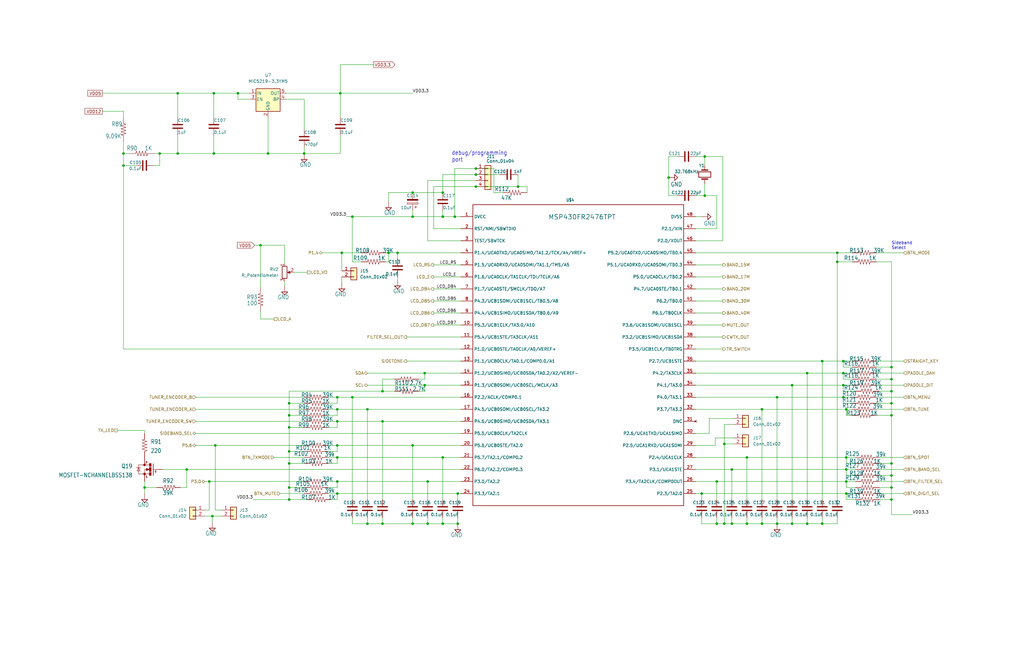
<source format=kicad_sch>
(kicad_sch (version 20230121) (generator eeschema)
  (paper "B")
  (junction (at 161.29 177.8))
  (junction (at 89.535 217.805))
  (junction (at 297.18 82.55))
  (junction (at 193.04 220.98))
  (junction (at 173.99 187.96))
  (junction (at 356.87 203.2))
  (junction (at 74.93 64.77))
  (junction (at 356.87 172.72))
  (junction (at 340.36 220.98))
  (junction (at 173.99 91.44))
  (junction (at 302.26 220.98))
  (junction (at 314.96 220.98))
  (junction (at 121.92 210.82))
  (junction (at 375.92 154.94))
  (junction (at 200.66 73.66))
  (junction (at 375.92 160.02))
  (junction (at 308.61 220.98))
  (junction (at 142.24 208.28))
  (junction (at 52.07 69.85))
  (junction (at 180.34 220.98))
  (junction (at 346.71 152.4))
  (junction (at 142.24 203.2))
  (junction (at 74.93 39.37))
  (junction (at 375.92 170.18))
  (junction (at 186.69 81.28))
  (junction (at 305.435 187.325))
  (junction (at 161.29 220.98))
  (junction (at 334.01 162.56))
  (junction (at 295.91 208.28))
  (junction (at 163.83 106.68))
  (junction (at 173.99 81.28))
  (junction (at 121.92 190.5))
  (junction (at 356.87 208.28))
  (junction (at 186.69 193.04))
  (junction (at 375.92 175.26))
  (junction (at 179.07 162.56))
  (junction (at 314.96 193.04))
  (junction (at 142.24 187.96))
  (junction (at 281.94 74.93))
  (junction (at 186.69 91.44))
  (junction (at 375.92 200.66))
  (junction (at 353.06 106.68))
  (junction (at 173.99 220.98))
  (junction (at 308.61 198.12))
  (junction (at 142.24 193.04))
  (junction (at 297.18 66.04))
  (junction (at 218.44 78.74))
  (junction (at 78.74 198.12))
  (junction (at 67.31 64.77))
  (junction (at 302.26 203.2))
  (junction (at 142.24 172.72))
  (junction (at 161.29 165.1))
  (junction (at 355.6 167.64))
  (junction (at 52.07 64.77))
  (junction (at 128.27 64.77))
  (junction (at 90.17 39.37))
  (junction (at 327.66 167.64))
  (junction (at 186.69 220.98))
  (junction (at 60.96 205.74))
  (junction (at 355.6 162.56))
  (junction (at 180.34 203.2))
  (junction (at 113.03 64.77))
  (junction (at 200.66 78.74))
  (junction (at 121.92 205.74))
  (junction (at 200.66 71.12))
  (junction (at 90.17 64.77))
  (junction (at 321.31 220.98))
  (junction (at 90.805 187.96))
  (junction (at 327.66 220.98))
  (junction (at 305.435 220.98))
  (junction (at 355.6 157.48))
  (junction (at 346.71 220.98))
  (junction (at 356.87 193.04))
  (junction (at 356.87 198.12))
  (junction (at 375.92 210.82))
  (junction (at 375.92 195.58))
  (junction (at 355.6 152.4))
  (junction (at 179.07 157.48))
  (junction (at 340.36 157.48))
  (junction (at 121.92 180.34))
  (junction (at 321.31 172.72))
  (junction (at 142.24 167.64))
  (junction (at 121.92 170.18))
  (junction (at 375.92 205.74))
  (junction (at 375.92 165.1))
  (junction (at 154.94 220.98))
  (junction (at 193.04 208.28))
  (junction (at 88.265 203.2))
  (junction (at 191.77 91.44))
  (junction (at 144.145 106.68))
  (junction (at 143.51 39.37))
  (junction (at 334.01 220.98))
  (junction (at 167.64 106.68))
  (junction (at 121.92 175.26))
  (junction (at 100.33 39.37))
  (junction (at 109.855 103.505))
  (junction (at 353.06 110.49))
  (junction (at 148.59 167.64))
  (junction (at 142.24 177.8))
  (junction (at 154.94 172.72))
  (junction (at 148.59 91.44))
  (junction (at 121.92 195.58))
  (wire (pts (xy 76.2 205.74) (xy 78.74 205.74)))
  (wire (pts (xy 67.31 69.85) (xy 67.31 64.77)))
  (wire (pts (xy 353.06 218.44) (xy 353.06 220.98)))
  (wire (pts (xy 369.57 106.68) (xy 381 106.68)))
  (wire (pts (xy 353.06 210.82) (xy 353.06 110.49)))
  (wire (pts (xy 89.535 217.805) (xy 93.345 217.805)))
  (wire (pts (xy 191.77 71.12) (xy 200.66 71.12)))
  (wire (pts (xy 360.68 165.1) (xy 355.6 165.1)))
  (wire (pts (xy 293.37 147.32) (xy 304.8 147.32)))
  (wire (pts (xy 163.83 81.28) (xy 173.99 81.28)))
  (wire (pts (xy 144.145 106.68) (xy 135.89 106.68)))
  (wire (pts (xy 109.855 121.285) (xy 109.855 103.505)))
  (wire (pts (xy 167.64 106.68) (xy 163.83 106.68)))
  (wire (pts (xy 52.07 69.85) (xy 52.07 147.32)))
  (wire (pts (xy 74.93 39.37) (xy 90.17 39.37)))
  (wire (pts (xy 293.37 111.76) (xy 304.8 111.76)))
  (wire (pts (xy 128.27 167.64) (xy 82.55 167.64)))
  (wire (pts (xy 369.57 157.48) (xy 381 157.48)))
  (wire (pts (xy 143.51 57.15) (xy 143.51 64.77)))
  (wire (pts (xy 302.26 218.44) (xy 302.26 220.98)))
  (wire (pts (xy 171.45 142.24) (xy 194.31 142.24)))
  (wire (pts (xy 74.93 49.53) (xy 74.93 39.37)))
  (wire (pts (xy 180.34 203.2) (xy 180.34 210.82)))
  (wire (pts (xy 305.435 220.98) (xy 308.61 220.98)))
  (wire (pts (xy 186.69 193.04) (xy 186.69 210.82)))
  (wire (pts (xy 118.11 208.28) (xy 128.27 208.28)))
  (wire (pts (xy 180.34 76.2) (xy 180.34 101.6)))
  (wire (pts (xy 308.61 198.12) (xy 356.87 198.12)))
  (wire (pts (xy 194.31 167.64) (xy 148.59 167.64)))
  (wire (pts (xy 142.24 177.8) (xy 138.43 177.8)))
  (wire (pts (xy 74.93 57.15) (xy 74.93 64.77)))
  (wire (pts (xy 375.92 160.02) (xy 375.92 165.1)))
  (wire (pts (xy 167.64 106.68) (xy 167.64 109.22)))
  (wire (pts (xy 154.94 157.48) (xy 179.07 157.48)))
  (wire (pts (xy 128.27 62.23) (xy 128.27 64.77)))
  (wire (pts (xy 105.41 41.91) (xy 100.33 41.91)))
  (wire (pts (xy 148.59 218.44) (xy 148.59 220.98)))
  (wire (pts (xy 173.99 187.96) (xy 173.99 210.82)))
  (wire (pts (xy 355.6 152.4) (xy 359.41 152.4)))
  (wire (pts (xy 143.51 27.305) (xy 157.48 27.305)))
  (wire (pts (xy 52.07 69.85) (xy 57.15 69.85)))
  (wire (pts (xy 161.29 165.1) (xy 166.37 165.1)))
  (wire (pts (xy 370.84 198.12) (xy 381 198.12)))
  (wire (pts (xy 353.06 106.68) (xy 359.41 106.68)))
  (wire (pts (xy 375.92 170.18) (xy 375.92 175.26)))
  (wire (pts (xy 194.31 208.28) (xy 193.04 208.28)))
  (wire (pts (xy 176.53 165.1) (xy 179.07 165.1)))
  (wire (pts (xy 163.83 85.09) (xy 163.83 81.28)))
  (wire (pts (xy 304.8 66.04) (xy 297.18 66.04)))
  (wire (pts (xy 64.77 64.77) (xy 67.31 64.77)))
  (wire (pts (xy 182.88 78.74) (xy 182.88 96.52)))
  (wire (pts (xy 340.36 218.44) (xy 340.36 220.98)))
  (wire (pts (xy 346.71 218.44) (xy 346.71 220.98)))
  (wire (pts (xy 340.36 220.98) (xy 346.71 220.98)))
  (wire (pts (xy 297.18 82.55) (xy 293.37 82.55)))
  (wire (pts (xy 295.91 208.28) (xy 295.91 210.82)))
  (wire (pts (xy 346.71 152.4) (xy 346.71 210.82)))
  (wire (pts (xy 78.74 198.12) (xy 194.31 198.12)))
  (wire (pts (xy 142.24 190.5) (xy 142.24 187.96)))
  (wire (pts (xy 340.36 157.48) (xy 355.6 157.48)))
  (wire (pts (xy 186.69 73.66) (xy 200.66 73.66)))
  (wire (pts (xy 128.27 41.91) (xy 128.27 54.61)))
  (wire (pts (xy 100.33 39.37) (xy 105.41 39.37)))
  (wire (pts (xy 295.91 218.44) (xy 295.91 220.98)))
  (wire (pts (xy 64.77 69.85) (xy 67.31 69.85)))
  (wire (pts (xy 293.37 162.56) (xy 334.01 162.56)))
  (wire (pts (xy 293.37 157.48) (xy 340.36 157.48)))
  (wire (pts (xy 360.68 200.66) (xy 356.87 200.66)))
  (wire (pts (xy 293.37 203.2) (xy 302.26 203.2)))
  (wire (pts (xy 370.84 193.04) (xy 381 193.04)))
  (wire (pts (xy 128.27 177.8) (xy 82.55 177.8)))
  (wire (pts (xy 52.07 64.77) (xy 54.61 64.77)))
  (wire (pts (xy 295.91 220.98) (xy 302.26 220.98)))
  (wire (pts (xy 194.31 127) (xy 182.88 127)))
  (wire (pts (xy 90.805 187.96) (xy 128.27 187.96)))
  (wire (pts (xy 193.04 218.44) (xy 193.04 220.98)))
  (wire (pts (xy 60.96 205.74) (xy 60.96 208.28)))
  (wire (pts (xy 154.94 172.72) (xy 142.24 172.72)))
  (wire (pts (xy 360.68 195.58) (xy 356.87 195.58)))
  (wire (pts (xy 314.96 218.44) (xy 314.96 220.98)))
  (wire (pts (xy 293.37 132.08) (xy 304.8 132.08)))
  (wire (pts (xy 355.6 162.56) (xy 359.41 162.56)))
  (wire (pts (xy 186.69 193.04) (xy 194.31 193.04)))
  (wire (pts (xy 191.77 71.12) (xy 191.77 91.44)))
  (wire (pts (xy 186.69 88.9) (xy 186.69 91.44)))
  (wire (pts (xy 121.92 180.34) (xy 128.27 180.34)))
  (wire (pts (xy 52.07 46.99) (xy 52.07 49.53)))
  (wire (pts (xy 355.6 157.48) (xy 359.41 157.48)))
  (wire (pts (xy 370.84 195.58) (xy 375.92 195.58)))
  (wire (pts (xy 340.36 157.48) (xy 340.36 210.82)))
  (wire (pts (xy 182.88 96.52) (xy 194.31 96.52)))
  (wire (pts (xy 90.17 64.77) (xy 113.03 64.77)))
  (wire (pts (xy 355.6 165.1) (xy 355.6 162.56)))
  (wire (pts (xy 86.36 215.265) (xy 88.265 215.265)))
  (wire (pts (xy 142.24 175.26) (xy 142.24 172.72)))
  (wire (pts (xy 356.87 193.04) (xy 360.68 193.04)))
  (wire (pts (xy 369.57 172.72) (xy 381 172.72)))
  (wire (pts (xy 281.94 66.04) (xy 285.75 66.04)))
  (wire (pts (xy 302.26 203.2) (xy 302.26 210.82)))
  (wire (pts (xy 356.87 200.66) (xy 356.87 198.12)))
  (wire (pts (xy 356.87 175.26) (xy 356.87 172.72)))
  (wire (pts (xy 193.04 208.28) (xy 193.04 210.82)))
  (wire (pts (xy 121.92 175.26) (xy 128.27 175.26)))
  (wire (pts (xy 142.24 172.72) (xy 138.43 172.72)))
  (wire (pts (xy 49.53 181.61) (xy 60.96 181.61)))
  (wire (pts (xy 305.435 187.325) (xy 309.245 187.325)))
  (wire (pts (xy 86.36 217.805) (xy 89.535 217.805)))
  (wire (pts (xy 293.37 198.12) (xy 308.61 198.12)))
  (wire (pts (xy 297.18 69.85) (xy 297.18 66.04)))
  (wire (pts (xy 375.92 154.94) (xy 375.92 160.02)))
  (wire (pts (xy 304.8 101.6) (xy 304.8 66.04)))
  (wire (pts (xy 194.31 106.68) (xy 167.64 106.68)))
  (wire (pts (xy 78.74 205.74) (xy 78.74 198.12)))
  (wire (pts (xy 120.65 41.91) (xy 128.27 41.91)))
  (wire (pts (xy 285.75 82.55) (xy 281.94 82.55)))
  (wire (pts (xy 179.07 162.56) (xy 194.31 162.56)))
  (wire (pts (xy 142.24 187.96) (xy 173.99 187.96)))
  (wire (pts (xy 163.83 106.68) (xy 162.56 106.68)))
  (wire (pts (xy 161.29 177.8) (xy 142.24 177.8)))
  (wire (pts (xy 52.07 59.69) (xy 52.07 64.77)))
  (wire (pts (xy 154.94 172.72) (xy 154.94 210.82)))
  (wire (pts (xy 375.92 205.74) (xy 375.92 210.82)))
  (wire (pts (xy 143.51 39.37) (xy 143.51 49.53)))
  (wire (pts (xy 115.57 193.04) (xy 128.27 193.04)))
  (wire (pts (xy 128.27 190.5) (xy 121.92 190.5)))
  (wire (pts (xy 359.41 160.02) (xy 355.6 160.02)))
  (wire (pts (xy 43.18 39.37) (xy 74.93 39.37)))
  (wire (pts (xy 369.57 162.56) (xy 381 162.56)))
  (wire (pts (xy 194.31 203.2) (xy 180.34 203.2)))
  (wire (pts (xy 154.94 218.44) (xy 154.94 220.98)))
  (wire (pts (xy 194.31 116.84) (xy 182.88 116.84)))
  (wire (pts (xy 369.57 154.94) (xy 375.92 154.94)))
  (wire (pts (xy 293.37 182.88) (xy 299.085 182.88)))
  (wire (pts (xy 121.92 205.74) (xy 121.92 210.82)))
  (wire (pts (xy 293.37 172.72) (xy 321.31 172.72)))
  (wire (pts (xy 302.26 203.2) (xy 356.87 203.2)))
  (wire (pts (xy 308.61 218.44) (xy 308.61 220.98)))
  (wire (pts (xy 128.27 203.2) (xy 88.265 203.2)))
  (wire (pts (xy 293.37 106.68) (xy 353.06 106.68)))
  (wire (pts (xy 90.805 215.265) (xy 90.805 187.96)))
  (wire (pts (xy 369.57 110.49) (xy 375.92 110.49)))
  (wire (pts (xy 309.245 179.07) (xy 305.435 179.07)))
  (wire (pts (xy 128.27 172.72) (xy 82.55 172.72)))
  (wire (pts (xy 82.55 182.88) (xy 194.31 182.88)))
  (wire (pts (xy 369.57 160.02) (xy 375.92 160.02)))
  (wire (pts (xy 113.03 49.53) (xy 113.03 64.77)))
  (wire (pts (xy 113.03 64.77) (xy 128.27 64.77)))
  (wire (pts (xy 370.84 203.2) (xy 381 203.2)))
  (wire (pts (xy 120.65 39.37) (xy 143.51 39.37)))
  (wire (pts (xy 293.37 193.04) (xy 314.96 193.04)))
  (wire (pts (xy 194.31 172.72) (xy 154.94 172.72)))
  (wire (pts (xy 281.94 74.93) (xy 281.94 66.04)))
  (wire (pts (xy 148.59 167.64) (xy 148.59 210.82)))
  (wire (pts (xy 142.24 193.04) (xy 186.69 193.04)))
  (wire (pts (xy 142.24 195.58) (xy 142.24 193.04)))
  (wire (pts (xy 299.085 176.53) (xy 309.245 176.53)))
  (wire (pts (xy 161.29 218.44) (xy 161.29 220.98)))
  (wire (pts (xy 321.31 210.82) (xy 321.31 172.72)))
  (wire (pts (xy 106.68 210.82) (xy 121.92 210.82)))
  (wire (pts (xy 370.84 200.66) (xy 375.92 200.66)))
  (wire (pts (xy 144.145 116.84) (xy 144.145 119.38)))
  (wire (pts (xy 293.37 101.6) (xy 304.8 101.6)))
  (wire (pts (xy 142.24 180.34) (xy 142.24 177.8)))
  (wire (pts (xy 142.24 205.74) (xy 142.24 203.2)))
  (wire (pts (xy 375.92 210.82) (xy 375.92 217.17)))
  (wire (pts (xy 191.77 91.44) (xy 186.69 91.44)))
  (wire (pts (xy 353.06 220.98) (xy 346.71 220.98)))
  (wire (pts (xy 138.43 187.96) (xy 142.24 187.96)))
  (wire (pts (xy 218.44 78.74) (xy 218.44 73.66)))
  (wire (pts (xy 359.41 175.26) (xy 356.87 175.26)))
  (wire (pts (xy 308.61 220.98) (xy 314.96 220.98)))
  (wire (pts (xy 334.01 218.44) (xy 334.01 220.98)))
  (wire (pts (xy 52.07 147.32) (xy 194.31 147.32)))
  (wire (pts (xy 142.24 203.2) (xy 138.43 203.2)))
  (wire (pts (xy 138.43 193.04) (xy 142.24 193.04)))
  (wire (pts (xy 369.57 152.4) (xy 381 152.4)))
  (wire (pts (xy 370.84 165.1) (xy 375.92 165.1)))
  (wire (pts (xy 293.37 127) (xy 304.8 127)))
  (wire (pts (xy 138.43 195.58) (xy 142.24 195.58)))
  (wire (pts (xy 138.43 175.26) (xy 142.24 175.26)))
  (wire (pts (xy 218.44 78.74) (xy 222.25 78.74)))
  (wire (pts (xy 346.71 152.4) (xy 355.6 152.4)))
  (wire (pts (xy 154.94 220.98) (xy 161.29 220.98)))
  (wire (pts (xy 120.015 118.745) (xy 120.015 120.65)))
  (wire (pts (xy 139.7 210.82) (xy 142.24 210.82)))
  (wire (pts (xy 293.37 167.64) (xy 327.66 167.64)))
  (wire (pts (xy 327.66 167.64) (xy 327.66 210.82)))
  (wire (pts (xy 355.6 167.64) (xy 359.41 167.64)))
  (wire (pts (xy 359.41 154.94) (xy 355.6 154.94)))
  (wire (pts (xy 173.99 91.44) (xy 148.59 91.44)))
  (wire (pts (xy 121.92 170.18) (xy 121.92 175.26)))
  (wire (pts (xy 194.31 91.44) (xy 191.77 91.44)))
  (wire (pts (xy 161.29 177.8) (xy 161.29 210.82)))
  (wire (pts (xy 180.34 101.6) (xy 194.31 101.6)))
  (wire (pts (xy 293.37 152.4) (xy 346.71 152.4)))
  (wire (pts (xy 173.99 91.44) (xy 173.99 88.9)))
  (wire (pts (xy 52.07 64.77) (xy 52.07 69.85)))
  (wire (pts (xy 375.92 165.1) (xy 375.92 170.18)))
  (wire (pts (xy 334.01 220.98) (xy 340.36 220.98)))
  (wire (pts (xy 194.31 137.16) (xy 182.88 137.16)))
  (wire (pts (xy 142.24 208.28) (xy 138.43 208.28)))
  (wire (pts (xy 143.51 39.37) (xy 173.99 39.37)))
  (wire (pts (xy 176.53 160.02) (xy 179.07 160.02)))
  (wire (pts (xy 90.17 39.37) (xy 100.33 39.37)))
  (wire (pts (xy 166.37 160.02) (xy 161.29 160.02)))
  (wire (pts (xy 120.015 103.505) (xy 120.015 111.125)))
  (wire (pts (xy 60.96 203.2) (xy 60.96 205.74)))
  (wire (pts (xy 353.06 110.49) (xy 353.06 106.68)))
  (wire (pts (xy 301.625 187.96) (xy 301.625 184.785)))
  (wire (pts (xy 321.31 218.44) (xy 321.31 220.98)))
  (wire (pts (xy 161.29 220.98) (xy 173.99 220.98)))
  (wire (pts (xy 301.625 184.785) (xy 309.245 184.785)))
  (wire (pts (xy 121.92 165.1) (xy 121.92 170.18)))
  (wire (pts (xy 179.07 165.1) (xy 179.07 162.56)))
  (wire (pts (xy 144.145 106.68) (xy 144.145 114.3)))
  (wire (pts (xy 200.66 73.66) (xy 210.82 73.66)))
  (wire (pts (xy 302.26 82.55) (xy 297.18 82.55)))
  (wire (pts (xy 200.66 78.74) (xy 218.44 78.74)))
  (wire (pts (xy 180.34 220.98) (xy 186.69 220.98)))
  (wire (pts (xy 194.31 121.92) (xy 182.88 121.92)))
  (wire (pts (xy 142.24 210.82) (xy 142.24 208.28)))
  (wire (pts (xy 67.31 64.77) (xy 74.93 64.77)))
  (wire (pts (xy 299.085 182.88) (xy 299.085 176.53)))
  (wire (pts (xy 173.99 81.28) (xy 186.69 81.28)))
  (wire (pts (xy 281.94 82.55) (xy 281.94 74.93)))
  (wire (pts (xy 308.61 198.12) (xy 308.61 210.82)))
  (wire (pts (xy 369.57 175.26) (xy 375.92 175.26)))
  (wire (pts (xy 173.99 220.98) (xy 180.34 220.98)))
  (wire (pts (xy 186.69 218.44) (xy 186.69 220.98)))
  (wire (pts (xy 173.99 218.44) (xy 173.99 220.98)))
  (wire (pts (xy 182.88 78.74) (xy 200.66 78.74)))
  (wire (pts (xy 293.37 208.28) (xy 295.91 208.28)))
  (wire (pts (xy 293.37 142.24) (xy 304.8 142.24)))
  (wire (pts (xy 194.31 111.76) (xy 182.88 111.76)))
  (wire (pts (xy 121.92 170.18) (xy 128.27 170.18)))
  (wire (pts (xy 152.4 110.49) (xy 148.59 110.49)))
  (wire (pts (xy 355.6 160.02) (xy 355.6 157.48)))
  (wire (pts (xy 121.92 175.26) (xy 121.92 180.34)))
  (wire (pts (xy 375.92 110.49) (xy 375.92 154.94)))
  (wire (pts (xy 375.92 175.26) (xy 375.92 195.58)))
  (wire (pts (xy 314.96 193.04) (xy 356.87 193.04)))
  (wire (pts (xy 193.04 208.28) (xy 142.24 208.28)))
  (wire (pts (xy 334.01 220.98) (xy 327.66 220.98)))
  (wire (pts (xy 128.27 64.77) (xy 143.51 64.77)))
  (wire (pts (xy 359.41 170.18) (xy 355.6 170.18)))
  (wire (pts (xy 82.55 187.96) (xy 90.805 187.96)))
  (wire (pts (xy 74.93 64.77) (xy 90.17 64.77)))
  (wire (pts (xy 148.59 91.44) (xy 146.05 91.44)))
  (wire (pts (xy 162.56 110.49) (xy 163.83 110.49)))
  (wire (pts (xy 143.51 39.37) (xy 143.51 27.305)))
  (wire (pts (xy 109.855 134.62) (xy 115.57 134.62)))
  (wire (pts (xy 321.31 220.98) (xy 327.66 220.98)))
  (wire (pts (xy 163.83 110.49) (xy 163.83 106.68)))
  (wire (pts (xy 138.43 180.34) (xy 142.24 180.34)))
  (wire (pts (xy 305.435 179.07) (xy 305.435 187.325)))
  (wire (pts (xy 167.64 116.84) (xy 167.64 118.11)))
  (wire (pts (xy 88.265 203.2) (xy 86.36 203.2)))
  (wire (pts (xy 138.43 190.5) (xy 142.24 190.5)))
  (wire (pts (xy 302.26 96.52) (xy 302.26 82.55)))
  (wire (pts (xy 148.59 220.98) (xy 154.94 220.98)))
  (wire (pts (xy 355.6 154.94) (xy 355.6 152.4)))
  (wire (pts (xy 89.535 217.805) (xy 89.535 220.345)))
  (wire (pts (xy 121.92 190.5) (xy 121.92 195.58)))
  (wire (pts (xy 173.99 187.96) (xy 194.31 187.96)))
  (wire (pts (xy 356.87 208.28) (xy 360.68 208.28)))
  (wire (pts (xy 295.91 208.28) (xy 356.87 208.28)))
  (wire (pts (xy 370.84 205.74) (xy 375.92 205.74)))
  (wire (pts (xy 334.01 162.56) (xy 355.6 162.56)))
  (wire (pts (xy 186.69 91.44) (xy 173.99 91.44)))
  (wire (pts (xy 90.17 39.37) (xy 90.17 49.53)))
  (wire (pts (xy 356.87 210.82) (xy 356.87 208.28)))
  (wire (pts (xy 109.855 131.445) (xy 109.855 134.62)))
  (wire (pts (xy 321.31 172.72) (xy 356.87 172.72)))
  (wire (pts (xy 194.31 132.08) (xy 182.88 132.08)))
  (wire (pts (xy 293.37 91.44) (xy 295.91 91.44)))
  (wire (pts (xy 375.92 200.66) (xy 375.92 205.74)))
  (wire (pts (xy 334.01 162.56) (xy 334.01 210.82)))
  (wire (pts (xy 194.31 177.8) (xy 161.29 177.8)))
  (wire (pts (xy 360.68 205.74) (xy 356.87 205.74)))
  (wire (pts (xy 121.92 195.58) (xy 128.27 195.58)))
  (wire (pts (xy 66.04 205.74) (xy 60.96 205.74)))
  (wire (pts (xy 208.28 81.28) (xy 208.28 71.12)))
  (wire (pts (xy 186.69 73.66) (xy 186.69 81.28)))
  (wire (pts (xy 109.855 103.505) (xy 107.315 103.505)))
  (wire (pts (xy 138.43 170.18) (xy 142.24 170.18)))
  (wire (pts (xy 152.4 106.68) (xy 144.145 106.68)))
  (wire (pts (xy 370.84 208.28) (xy 381 208.28)))
  (wire (pts (xy 148.59 110.49) (xy 148.59 91.44)))
  (wire (pts (xy 375.92 217.17) (xy 384.81 217.17)))
  (wire (pts (xy 90.17 57.15) (xy 90.17 64.77)))
  (wire (pts (xy 121.92 210.82) (xy 129.54 210.82)))
  (wire (pts (xy 360.68 210.82) (xy 356.87 210.82)))
  (wire (pts (xy 293.37 66.04) (xy 297.18 66.04)))
  (wire (pts (xy 369.57 167.64) (xy 381 167.64)))
  (wire (pts (xy 302.26 220.98) (xy 305.435 220.98)))
  (wire (pts (xy 179.07 157.48) (xy 194.31 157.48)))
  (wire (pts (xy 142.24 170.18) (xy 142.24 167.64)))
  (wire (pts (xy 353.06 110.49) (xy 359.41 110.49)))
  (wire (pts (xy 293.37 137.16) (xy 304.8 137.16)))
  (wire (pts (xy 120.015 103.505) (xy 109.855 103.505)))
  (wire (pts (xy 355.6 170.18) (xy 355.6 167.64)))
  (wire (pts (xy 154.94 162.56) (xy 179.07 162.56)))
  (wire (pts (xy 123.825 114.935) (xy 129.54 114.935)))
  (wire (pts (xy 161.29 160.02) (xy 161.29 165.1)))
  (wire (pts (xy 356.87 195.58) (xy 356.87 193.04)))
  (wire (pts (xy 121.92 195.58) (xy 121.92 205.74)))
  (wire (pts (xy 356.87 172.72) (xy 359.41 172.72)))
  (wire (pts (xy 180.34 218.44) (xy 180.34 220.98)))
  (wire (pts (xy 148.59 167.64) (xy 142.24 167.64)))
  (wire (pts (xy 88.265 215.265) (xy 88.265 203.2)))
  (wire (pts (xy 186.69 220.98) (xy 193.04 220.98)))
  (wire (pts (xy 100.33 41.91) (xy 100.33 39.37)))
  (wire (pts (xy 293.37 187.96) (xy 301.625 187.96)))
  (wire (pts (xy 161.29 165.1) (xy 121.92 165.1)))
  (wire (pts (xy 128.27 205.74) (xy 121.92 205.74)))
  (wire (pts (xy 60.96 181.61) (xy 60.96 182.88)))
  (wire (pts (xy 200.66 76.2) (xy 180.34 76.2)))
  (wire (pts (xy 356.87 203.2) (xy 360.68 203.2)))
  (wire (pts (xy 43.18 46.99) (xy 52.07 46.99)))
  (wire (pts (xy 369.57 170.18) (xy 375.92 170.18)))
  (wire (pts (xy 78.74 198.12) (xy 68.58 198.12)))
  (wire (pts (xy 314.96 193.04) (xy 314.96 210.82)))
  (wire (pts (xy 293.37 96.52) (xy 302.26 96.52)))
  (wire (pts (xy 222.25 78.74) (xy 222.25 81.28)))
  (wire (pts (xy 356.87 205.74) (xy 356.87 203.2)))
  (wire (pts (xy 138.43 205.74) (xy 142.24 205.74)))
  (wire (pts (xy 356.87 198.12) (xy 360.68 198.12)))
  (wire (pts (xy 208.28 81.28) (xy 212.09 81.28)))
  (wire (pts (xy 370.84 210.82) (xy 375.92 210.82)))
  (wire (pts (xy 171.45 152.4) (xy 194.31 152.4)))
  (wire (pts (xy 200.66 71.12) (xy 208.28 71.12)))
  (wire (pts (xy 142.24 167.64) (xy 138.43 167.64)))
  (wire (pts (xy 327.66 218.44) (xy 327.66 220.98)))
  (wire (pts (xy 293.37 121.92) (xy 304.8 121.92)))
  (wire (pts (xy 121.92 180.34) (xy 121.92 190.5)))
  (wire (pts (xy 293.37 116.84) (xy 304.8 116.84)))
  (wire (pts (xy 179.07 160.02) (xy 179.07 157.48)))
  (wire (pts (xy 375.92 195.58) (xy 375.92 200.66)))
  (wire (pts (xy 314.96 220.98) (xy 321.31 220.98)))
  (wire (pts (xy 297.18 82.55) (xy 297.18 77.47)))
  (wire (pts (xy 93.345 215.265) (xy 90.805 215.265)))
  (wire (pts (xy 327.66 167.64) (xy 355.6 167.64)))
  (wire (pts (xy 305.435 187.325) (xy 305.435 220.98)))
  (wire (pts (xy 180.34 203.2) (xy 142.24 203.2)))
  (text "Sideband\nSelect" (at 375.92 105.41 0) (effects (font (size 1.27 1.27)) (justify left bottom)))
  (text "debug/programming\nport" (at 190.5 68.58 0) (effects (font (size 1.778 1.5113)) (justify left bottom)))
  (label "LCD_E" (at 186.69 116.84 0) (effects (font (size 1.2446 1.2446))))
  (label "VDD3.3" (at 146.05 91.44 180))
  (label "VDD3.3" (at 106.68 210.82 180))
  (label "LCD_DB6" (at 184.15 132.08 0) (effects (font (size 1.2446 1.2446))))
  (label "VDD3.3" (at 173.99 39.37 0))
  (label "LCD_DB7" (at 184.15 137.16 0) (effects (font (size 1.2446 1.2446))))
  (label "LCD_DB4" (at 184.15 121.92 0) (effects (font (size 1.2446 1.2446))))
  (label "VDD3.3" (at 384.81 217.17 0))
  (label "LCD_RS" (at 185.42 111.76 0) (effects (font (size 1.2446 1.2446))))
  (label "LCD_DB5" (at 184.15 127 0) (effects (font (size 1.2446 1.2446))))
  (global_label "VDD5" (shape passive) (at 43.18 39.37 180) (property "Intersheetrefs" "${INTERSHEET_REFS}" (at 36.468 39.37 0) (effects (justify right))))
  (global_label "VDD5" (shape input) (at 107.315 103.505 180) (property "Intersheetrefs" "${INTERSHEET_REFS}" (at 99.8126 103.505 0) (effects (justify right))))
  (global_label "VDD12" (shape passive) (at 43.18 46.99 180) (property "Intersheetrefs" "${INTERSHEET_REFS}" (at 35.2585 46.99 0) (effects (justify right))))
  (global_label "VDD3.3" (shape output) (at 157.48 27.305 0) (property "Intersheetrefs" "${INTERSHEET_REFS}" (at 166.4651 27.305 0) (effects (justify left))))
  (hierarchical_label "BTN_MENU" (shape input) (at 381 167.64 0))
  (hierarchical_label "BAND_20M" (shape output) (at 304.8 121.92 0))
  (hierarchical_label "BAND_40M" (shape output) (at 304.8 132.08 0))
  (hierarchical_label "TUNER_ENCODER_B" (shape input) (at 82.55 167.64 180))
  (hierarchical_label "P3.0" (shape bidirectional) (at 86.36 203.2 180))
  (hierarchical_label "LCD_DB7" (shape output) (at 182.88 137.16 180))
  (hierarchical_label "TR_SWITCH" (shape output) (at 304.8 147.32 0))
  (hierarchical_label "BTN_FILTER_SEL" (shape input) (at 381 203.2 0))
  (hierarchical_label "SIDETONE" (shape output) (at 171.45 152.4 180))
  (hierarchical_label "TX_LED" (shape passive) (at 49.53 181.61 180))
  (hierarchical_label "SCL" (shape bidirectional) (at 154.94 162.56 180))
  (hierarchical_label "TUNER_ENCODER_A" (shape input) (at 82.55 172.72 180))
  (hierarchical_label "LCD_DB4" (shape output) (at 182.88 121.92 180))
  (hierarchical_label "MUTE_OUT" (shape output) (at 304.8 137.16 0))
  (hierarchical_label "P5.6" (shape bidirectional) (at 82.55 187.96 180))
  (hierarchical_label "BTN_TXMODE" (shape input) (at 115.57 193.04 180))
  (hierarchical_label "CWTX_OUT" (shape output) (at 304.8 142.24 0))
  (hierarchical_label "PADDLE_DIT" (shape input) (at 381 162.56 0))
  (hierarchical_label "LCD_A" (shape passive) (at 115.57 134.62 0))
  (hierarchical_label "LCD_RS" (shape output) (at 182.88 111.76 180))
  (hierarchical_label "LCD_VO" (shape passive) (at 129.54 114.935 0))
  (hierarchical_label "BAND_17M" (shape output) (at 304.8 116.84 0))
  (hierarchical_label "BTN_TUNE" (shape input) (at 381 172.72 0))
  (hierarchical_label "BTN_MUTE" (shape input) (at 118.11 208.28 180))
  (hierarchical_label "LCD_E" (shape output) (at 182.88 116.84 180))
  (hierarchical_label "BTN_MODE" (shape input) (at 381 106.68 0))
  (hierarchical_label "BTN_DIGIT_SEL" (shape input) (at 381 208.28 0))
  (hierarchical_label "FILTER_SEL_OUT" (shape output) (at 171.45 142.24 180))
  (hierarchical_label "STRAIGHT_KEY" (shape input) (at 381 152.4 0))
  (hierarchical_label "BAND_30M" (shape output) (at 304.8 127 0))
  (hierarchical_label "SIDEBAND_SEL" (shape bidirectional) (at 82.55 182.88 180))
  (hierarchical_label "BAND_15M" (shape output) (at 304.8 111.76 0))
  (hierarchical_label "P1.4" (shape bidirectional) (at 135.89 106.68 180))
  (hierarchical_label "PADDLE_DAH" (shape input) (at 381 157.48 0))
  (hierarchical_label "SDA" (shape bidirectional) (at 154.94 157.48 180))
  (hierarchical_label "LCD_DB5" (shape output) (at 182.88 127 180))
  (hierarchical_label "TUNER_ENCODER_SW" (shape input) (at 82.55 177.8 180))
  (hierarchical_label "LCD_DB6" (shape output) (at 182.88 132.08 180))
  (hierarchical_label "BTN_SPOT" (shape input) (at 381 193.04 0))
  (hierarchical_label "BTN_BAND_SEL" (shape input) (at 381 198.12 0))
  (symbol (lib_id "main-eagle-import:GND") (at 327.66 223.52 0) (mirror y) (unit 1)
    (property "Reference" "#SUPPLY024" (effects hide))
    (property "Value" "GND" (at 329.565 226.695 0) (effects (font (size 1.778 1.5113)) (justify left bottom)))
    (property "Footprint" "main:" (effects hide))
  )
  (symbol (lib_id "main-eagle-import:RESISTOR0603") (at 364.49 152.4 0) (unit 1)
    (property "Reference" "R115" (at 358.14 152.4 0) (effects (font (size 1.778 1.5113)) (justify left bottom)))
    (property "Value" "39K" (at 367.03 152.4 0) (effects (font (size 1.778 1.5113)) (justify left bottom)))
    (property "Footprint" "Resistor_SMD:R_0603_1608Metric" (effects hide))
  )
  (symbol (lib_id "main-eagle-import:RESISTOR0603") (at 133.35 172.72 0) (unit 1)
    (property "Reference" "R96" (at 125.73 172.72 0) (effects (font (size 1.778 1.5113)) (justify left bottom)))
    (property "Value" "39K" (at 135.89 172.72 0) (effects (font (size 1.778 1.5113)) (justify left bottom)))
    (property "Footprint" "Resistor_SMD:R_0603_1608Metric" (effects hide))
  )
  (symbol (lib_id "main-eagle-import:RESISTOR0603") (at 217.17 81.28 180) (unit 1)
    (property "Reference" "R112" (at 214.63 78.74 0) (effects (font (size 1.778 1.5113)) (justify left bottom)))
    (property "Value" "47K" (at 215.9 82.55 0) (effects (font (size 1.778 1.5113)) (justify left bottom)))
    (property "Footprint" "Resistor_SMD:R_0603_1608Metric" (effects hide))
  )
  (symbol (lib_id "Device:C") (at 128.27 58.42 0) (unit 1)
    (property "Reference" "C108" (at 128.27 55.88 0) (effects (justify left)))
    (property "Value" "470pF" (at 128.27 60.96 0) (effects (justify left)))
    (property "Footprint" "Capacitor_SMD:C_0603_1608Metric" (effects hide))
  )
  (symbol (lib_id "main-eagle-import:RESISTOR0603") (at 71.12 205.74 0) (mirror x) (unit 1)
    (property "Reference" "R92" (at 68.58 201.93 0) (effects (font (size 1.778 1.5113)) (justify left bottom)))
    (property "Value" "39K" (at 68.58 207.01 0) (effects (font (size 1.778 1.5113)) (justify left bottom)))
    (property "Footprint" "Resistor_SMD:R_0603_1608Metric" (effects hide))
  )
  (symbol (lib_id "main-eagle-import:GND") (at 144.145 121.92 0) (mirror y) (unit 1)
    (property "Reference" "#SUPPLY031" (effects hide))
    (property "Value" "GND" (at 146.05 125.095 0) (effects (font (size 1.778 1.5113)) (justify left bottom)))
    (property "Footprint" "main:" (effects hide))
  )
  (symbol (lib_id "main-eagle-import:RESISTOR0603") (at 133.35 205.74 180) (unit 1)
    (property "Reference" "R105" (at 130.81 203.2 0) (effects (font (size 1.778 1.5113)) (justify left bottom)))
    (property "Value" "1K" (at 138.43 203.2 0) (effects (font (size 1.778 1.5113)) (justify left bottom)))
    (property "Footprint" "Resistor_SMD:R_0603_1608Metric" (effects hide))
  )
  (symbol (lib_id "main-eagle-import:RESISTOR0603") (at 365.76 193.04 180) (unit 1)
    (property "Reference" "R125" (at 362.458 190.4746 0) (effects (font (size 1.778 1.5113)) (justify left bottom)))
    (property "Value" "39k" (at 373.634 190.754 0) (effects (font (size 1.778 1.5113)) (justify left bottom)))
    (property "Footprint" "Resistor_SMD:R_0603_1608Metric" (effects hide))
  )
  (symbol (lib_id "main-eagle-import:RESISTOR0603") (at 134.62 210.82 0) (unit 1)
    (property "Reference" "R107" (at 127 210.82 0) (effects (font (size 1.778 1.5113)) (justify left bottom)))
    (property "Value" "1K" (at 138.43 210.82 0) (effects (font (size 1.778 1.5113)) (justify left bottom)))
    (property "Footprint" "Resistor_SMD:R_0603_1608Metric" (effects hide))
  )
  (symbol (lib_id "Device:C") (at 180.34 214.63 0) (unit 1)
    (property "Reference" "C116" (at 176.53 212.09 0) (effects (justify left)))
    (property "Value" "0.1uF" (at 175.26 217.17 0) (effects (justify left)))
    (property "Footprint" "Capacitor_SMD:C_0603_1608Metric" (effects hide))
  )
  (symbol (lib_id "main-eagle-import:RESISTOR0603") (at 365.76 205.74 0) (unit 1)
    (property "Reference" "R130" (at 358.14 208.28 0) (effects (font (size 1.778 1.5113)) (justify left bottom)))
    (property "Value" "1K" (at 368.3 208.28 0) (effects (font (size 1.778 1.5113)) (justify left bottom)))
    (property "Footprint" "Resistor_SMD:R_0603_1608Metric" (effects hide))
  )
  (symbol (lib_id "Connector_Generic:Conn_01x02") (at 98.425 215.265 0) (unit 1)
    (property "Reference" "J13" (at 100.965 215.265 0) (effects (justify left)))
    (property "Value" "Conn_01x02" (at 100.965 217.805 0) (effects (justify left)))
    (property "Footprint" "Connector_PinHeader_2.54mm:PinHeader_1x02_P2.54mm_Vertical" (effects hide))
  )
  (symbol (lib_id "main-eagle-import:RESISTOR0603") (at 133.35 190.5 180) (unit 1)
    (property "Reference" "R101" (at 130.81 187.96 0) (effects (font (size 1.778 1.5113)) (justify left bottom)))
    (property "Value" "1K" (at 139.7 187.96 0) (effects (font (size 1.778 1.5113)) (justify left bottom)))
    (property "Footprint" "Resistor_SMD:R_0603_1608Metric" (effects hide))
  )
  (symbol (lib_id "Device:C") (at 161.29 214.63 0) (unit 1)
    (property "Reference" "C112" (at 157.48 212.09 0) (effects (justify left)))
    (property "Value" "0.1uF" (at 156.21 217.17 0) (effects (justify left)))
    (property "Footprint" "Capacitor_SMD:C_0603_1608Metric" (effects hide))
  )
  (symbol (lib_id "main-eagle-import:RESISTOR0603") (at 133.35 180.34 0) (unit 1)
    (property "Reference" "R99" (at 125.73 180.34 0) (effects (font (size 1.778 1.5113)) (justify left bottom)))
    (property "Value" "1K" (at 135.89 180.34 0) (effects (font (size 1.778 1.5113)) (justify left bottom)))
    (property "Footprint" "Resistor_SMD:R_0603_1608Metric" (effects hide))
  )
  (symbol (lib_id "main-eagle-import:GND") (at 60.96 210.82 0) (mirror y) (unit 1)
    (property "Reference" "#SUPPLY016" (effects hide))
    (property "Value" "GND" (at 62.865 213.995 0) (effects (font (size 1.778 1.5113)) (justify left bottom)))
    (property "Footprint" "main:" (effects hide))
  )
  (symbol (lib_id "Device:C") (at 353.06 214.63 0) (unit 1)
    (property "Reference" "C132" (at 349.25 212.09 0) (effects (justify left)))
    (property "Value" "0.1uF" (at 347.98 217.17 0) (effects (justify left)))
    (property "Footprint" "Capacitor_SMD:C_0603_1608Metric" (effects hide))
  )
  (symbol (lib_id "Device:C") (at 289.56 82.55 90) (unit 1)
    (property "Reference" "C122" (at 288.29 81.28 90) (effects (justify left)))
    (property "Value" "22pF" (at 295.91 81.28 90) (effects (justify left)))
    (property "Footprint" "Capacitor_SMD:C_0603_1608Metric" (effects hide))
  )
  (symbol (lib_id "main-eagle-import:RESISTOR0603") (at 365.76 198.12 180) (unit 1)
    (property "Reference" "R127" (at 362.458 195.5546 0) (effects (font (size 1.778 1.5113)) (justify left bottom)))
    (property "Value" "39k" (at 373.634 195.834 0) (effects (font (size 1.778 1.5113)) (justify left bottom)))
    (property "Footprint" "Resistor_SMD:R_0603_1608Metric" (effects hide))
  )
  (symbol (lib_id "main-eagle-import:RESISTOR0603") (at 364.49 106.68 0) (unit 1)
    (property "Reference" "R113" (at 358.14 106.68 0) (effects (font (size 1.778 1.5113)) (justify left bottom)))
    (property "Value" "39K" (at 368.3 106.68 0) (effects (font (size 1.778 1.5113)) (justify left bottom)))
    (property "Footprint" "Resistor_SMD:R_0603_1608Metric" (effects hide))
  )
  (symbol (lib_id "main-eagle-import:RESISTOR0603") (at 133.35 208.28 180) (unit 1)
    (property "Reference" "R106" (at 130.048 205.7146 0) (effects (font (size 1.778 1.5113)) (justify left bottom)))
    (property "Value" "39k" (at 141.224 205.994 0) (effects (font (size 1.778 1.5113)) (justify left bottom)))
    (property "Footprint" "Resistor_SMD:R_0603_1608Metric" (effects hide))
  )
  (symbol (lib_id "Device:C") (at 340.36 214.63 0) (unit 1)
    (property "Reference" "C130" (at 336.55 212.09 0) (effects (justify left)))
    (property "Value" "0.1uF" (at 335.28 217.17 0) (effects (justify left)))
    (property "Footprint" "Capacitor_SMD:C_0603_1608Metric" (effects hide))
  )
  (symbol (lib_id "Device:C") (at 295.91 214.63 0) (unit 1)
    (property "Reference" "C123" (at 292.1 212.09 0) (effects (justify left)))
    (property "Value" "0.1uF" (at 290.83 217.17 0) (effects (justify left)))
    (property "Footprint" "Capacitor_SMD:C_0603_1608Metric" (effects hide))
  )
  (symbol (lib_id "main-eagle-import:RESISTOR0603") (at 364.49 175.26 0) (unit 1)
    (property "Reference" "R123" (at 356.87 175.26 0) (effects (font (size 1.778 1.5113)) (justify left bottom)))
    (property "Value" "1K" (at 367.03 175.26 0) (effects (font (size 1.778 1.5113)) (justify left bottom)))
    (property "Footprint" "Resistor_SMD:R_0603_1608Metric" (effects hide))
  )
  (symbol (lib_id "main-eagle-import:RESISTOR0603") (at 364.49 172.72 180) (unit 1)
    (property "Reference" "R122" (at 361.188 170.1546 0) (effects (font (size 1.778 1.5113)) (justify left bottom)))
    (property "Value" "39k" (at 372.364 170.434 0) (effects (font (size 1.778 1.5113)) (justify left bottom)))
    (property "Footprint" "Resistor_SMD:R_0603_1608Metric" (effects hide))
  )
  (symbol (lib_id "Device:C") (at 143.51 53.34 0) (unit 1)
    (property "Reference" "C109" (at 143.51 50.8 0) (effects (justify left)))
    (property "Value" "0.1uF" (at 143.51 55.88 0) (effects (justify left)))
    (property "Footprint" "Capacitor_SMD:C_0603_1608Metric" (effects hide))
  )
  (symbol (lib_id "main-eagle-import:RESISTOR0603") (at 365.76 165.1 180) (unit 1)
    (property "Reference" "R124" (at 361.95 162.56 0) (effects (font (size 1.778 1.5113)) (justify left bottom)))
    (property "Value" "1K" (at 372.11 162.56 0) (effects (font (size 1.778 1.5113)) (justify left bottom)))
    (property "Footprint" "Resistor_SMD:R_0603_1608Metric" (effects hide))
  )
  (symbol (lib_id "Device:C") (at 214.63 73.66 90) (unit 1)
    (property "Reference" "C120" (at 210.82 72.39 90))
    (property "Value" "1nF" (at 218.44 72.39 90))
    (property "Footprint" "Capacitor_SMD:C_0603_1608Metric" (effects hide))
  )
  (symbol (lib_id "main-eagle-import:RESISTOR0603") (at 133.35 195.58 0) (unit 1)
    (property "Reference" "R103" (at 127 195.58 0) (effects (font (size 1.778 1.5113)) (justify left bottom)))
    (property "Value" "1K" (at 137.16 195.58 0) (effects (font (size 1.778 1.5113)) (justify left bottom)))
    (property "Footprint" "Resistor_SMD:R_0603_1608Metric" (effects hide))
  )
  (symbol (lib_id "Device:C") (at 308.61 214.63 0) (unit 1)
    (property "Reference" "C125" (at 304.8 212.09 0) (effects (justify left)))
    (property "Value" "0.1uF" (at 303.53 217.17 0) (effects (justify left)))
    (property "Footprint" "Capacitor_SMD:C_0603_1608Metric" (effects hide))
  )
  (symbol (lib_id "main-eagle-import:GND") (at 128.27 67.31 0) (unit 1)
    (property "Reference" "#SUPPLY018" (effects hide))
    (property "Value" "GND" (at 126.365 70.485 0) (effects (font (size 1.778 1.5113)) (justify left bottom)))
    (property "Footprint" "main:" (effects hide))
  )
  (symbol (lib_id "main-eagle-import:GND") (at 284.48 74.93 90) (unit 1)
    (property "Reference" "#SUPPLY022" (effects hide))
    (property "Value" "GND" (at 287.655 76.835 90) (effects (font (size 1.778 1.5113)) (justify left bottom)))
    (property "Footprint" "main:" (effects hide))
  )
  (symbol (lib_id "Device:C") (at 289.56 66.04 90) (unit 1)
    (property "Reference" "C121" (at 287.02 64.77 90) (effects (justify left)))
    (property "Value" "22pF" (at 295.91 64.77 90) (effects (justify left)))
    (property "Footprint" "Capacitor_SMD:C_0603_1608Metric" (effects hide))
  )
  (symbol (lib_id "Device:C") (at 186.69 85.09 0) (unit 1)
    (property "Reference" "C117" (at 186.69 82.55 0) (effects (justify left)))
    (property "Value" "0.1uF" (at 186.69 87.63 0) (effects (justify left)))
    (property "Footprint" "Capacitor_SMD:C_0603_1608Metric" (effects hide))
  )
  (symbol (lib_id "main-eagle-import:RESISTOR0603") (at 364.49 160.02 180) (unit 1)
    (property "Reference" "R118" (at 361.95 157.48 0) (effects (font (size 1.778 1.5113)) (justify left bottom)))
    (property "Value" "1K" (at 370.84 157.48 0) (effects (font (size 1.778 1.5113)) (justify left bottom)))
    (property "Footprint" "Resistor_SMD:R_0603_1608Metric" (effects hide))
  )
  (symbol (lib_id "main-eagle-import:RESISTOR0603") (at 133.35 175.26 0) (unit 1)
    (property "Reference" "R97" (at 125.73 175.26 0) (effects (font (size 1.778 1.5113)) (justify left bottom)))
    (property "Value" "1K" (at 135.89 175.26 0) (effects (font (size 1.778 1.5113)) (justify left bottom)))
    (property "Footprint" "Resistor_SMD:R_0603_1608Metric" (effects hide))
  )
  (symbol (lib_id "main-eagle-import:MOSFET-NCHANNELBSS138") (at 60.96 198.12 0) (mirror y) (unit 1)
    (property "Reference" "Q19" (at 55.88 196.7037 0) (effects (font (size 1.778 1.5113)) (justify left)))
    (property "Value" "MOSFET-NCHANNELBSS138" (at 55.88 200.5137 0) (effects (font (size 1.778 1.5113)) (justify left)))
    (property "Footprint" "Package_TO_SOT_SMD:SOT-23" (effects hide))
  )
  (symbol (lib_id "Device:C") (at 74.93 53.34 0) (unit 1)
    (property "Reference" "C106" (at 74.93 50.8 0) (effects (justify left)))
    (property "Value" "1uF" (at 74.93 55.88 0) (effects (justify left)))
    (property "Footprint" "Capacitor_SMD:C_0603_1608Metric" (effects hide))
  )
  (symbol (lib_id "main-eagle-import:GND") (at 298.45 91.44 90) (unit 1)
    (property "Reference" "#SUPPLY023" (effects hide))
    (property "Value" "GND" (at 301.625 93.345 90) (effects (font (size 1.778 1.5113)) (justify left bottom)))
    (property "Footprint" "main:" (effects hide))
  )
  (symbol (lib_id "Regulator_Linear:MIC5219-3.3YM5") (at 113.03 41.91 0) (unit 1)
    (property "Reference" "U7" (at 113.03 31.75 0))
    (property "Value" "MIC5219-3.3YM5" (at 113.03 34.29 0))
    (property "Footprint" "Package_TO_SOT_SMD:SOT-23-5" (effects hide))
    (property "Datasheet" "http://ww1.microchip.com/downloads/en/DeviceDoc/MIC5219-500mA-Peak-Output-LDO-Regulator-DS20006021A.pdf" (effects hide))
  )
  (symbol (lib_id "main-eagle-import:RESISTOR0603") (at 364.49 162.56 0) (unit 1)
    (property "Reference" "R119" (at 358.14 162.56 0) (effects (font (size 1.778 1.5113)) (justify left bottom)))
    (property "Value" "39K" (at 367.03 162.56 0) (effects (font (size 1.778 1.5113)) (justify left bottom)))
    (property "Footprint" "Resistor_SMD:R_0603_1608Metric" (effects hide))
  )
  (symbol (lib_id "main-eagle-import:RESISTOR0603") (at 59.69 64.77 0) (unit 1)
    (property "Reference" "R90" (at 53.34 63.5 0) (effects (font (size 1.778 1.5113)) (justify left bottom)))
    (property "Value" "1K" (at 60.96 63.5 0) (effects (font (size 1.778 1.5113)) (justify left bottom)))
    (property "Footprint" "Resistor_SMD:R_0603_1608Metric" (effects hide))
  )
  (symbol (lib_id "Connector_Generic:Conn_01x02") (at 81.28 215.265 0) (mirror y) (unit 1)
    (property "Reference" "J14" (at 78.74 215.265 0) (effects (justify left)))
    (property "Value" "Conn_01x02" (at 78.74 217.805 0) (effects (justify left)))
    (property "Footprint" "Connector_PinHeader_2.54mm:PinHeader_1x02_P2.54mm_Vertical" (effects hide))
  )
  (symbol (lib_id "Device:C") (at 327.66 214.63 0) (unit 1)
    (property "Reference" "C128" (at 323.85 212.09 0) (effects (justify left)))
    (property "Value" "0.1uF" (at 322.58 217.17 0) (effects (justify left)))
    (property "Footprint" "Capacitor_SMD:C_0603_1608Metric" (effects hide))
  )
  (symbol (lib_id "main-eagle-import:GND") (at 120.015 123.19 0) (mirror y) (unit 1)
    (property "Reference" "#SUPPLY017" (effects hide))
    (property "Value" "GND" (at 121.92 126.365 0) (effects (font (size 1.778 1.5113)) (justify left bottom)))
    (property "Footprint" "main:" (effects hide))
  )
  (symbol (lib_id "Device:C") (at 346.71 214.63 0) (unit 1)
    (property "Reference" "C131" (at 342.9 212.09 0) (effects (justify left)))
    (property "Value" "0.1uF" (at 341.63 217.17 0) (effects (justify left)))
    (property "Footprint" "Capacitor_SMD:C_0603_1608Metric" (effects hide))
  )
  (symbol (lib_id "main-eagle-import:RESISTOR0603") (at 364.49 170.18 180) (unit 1)
    (property "Reference" "R121" (at 361.188 167.6146 0) (effects (font (size 1.778 1.5113)) (justify left bottom)))
    (property "Value" "1K" (at 372.364 167.894 0) (effects (font (size 1.778 1.5113)) (justify left bottom)))
    (property "Footprint" "Resistor_SMD:R_0603_1608Metric" (effects hide))
  )
  (symbol (lib_id "main-eagle-import:GND") (at 89.535 222.885 0) (mirror y) (unit 1)
    (property "Reference" "#SUPPLY030" (effects hide))
    (property "Value" "GND" (at 91.44 226.06 0) (effects (font (size 1.778 1.5113)) (justify left bottom)))
    (property "Footprint" "main:" (effects hide))
  )
  (symbol (lib_id "main-eagle-import:RESISTOR0603") (at 133.35 203.2 0) (unit 1)
    (property "Reference" "R104" (at 125.73 203.2 0) (effects (font (size 1.778 1.5113)) (justify left bottom)))
    (property "Value" "39K" (at 135.89 203.2 0) (effects (font (size 1.778 1.5113)) (justify left bottom)))
    (property "Footprint" "Resistor_SMD:R_0603_1608Metric" (effects hide))
  )
  (symbol (lib_id "main-eagle-import:RESISTOR0603") (at 365.76 195.58 0) (unit 1)
    (property "Reference" "R126" (at 358.14 195.58 0) (effects (font (size 1.778 1.5113)) (justify left bottom)))
    (property "Value" "1K" (at 368.3 195.58 0) (effects (font (size 1.778 1.5113)) (justify left bottom)))
    (property "Footprint" "Resistor_SMD:R_0603_1608Metric" (effects hide))
  )
  (symbol (lib_id "main-eagle-import:RESISTOR0603") (at 364.49 110.49 180) (unit 1)
    (property "Reference" "R114" (at 361.95 107.95 0) (effects (font (size 1.778 1.5113)) (justify left bottom)))
    (property "Value" "1K" (at 369.57 107.95 0) (effects (font (size 1.778 1.5113)) (justify left bottom)))
    (property "Footprint" "Resistor_SMD:R_0603_1608Metric" (effects hide))
  )
  (symbol (lib_id "main-eagle-import:RESISTOR0603") (at 364.49 167.64 180) (unit 1)
    (property "Reference" "R120" (at 361.188 165.0746 0) (effects (font (size 1.778 1.5113)) (justify left bottom)))
    (property "Value" "39k" (at 372.364 165.354 0) (effects (font (size 1.778 1.5113)) (justify left bottom)))
    (property "Footprint" "Resistor_SMD:R_0603_1608Metric" (effects hide))
  )
  (symbol (lib_id "Device:R_Potentiometer") (at 120.015 114.935 0) (unit 1)
    (property "Reference" "RV2" (at 117.475 113.6649 0) (effects (justify right)))
    (property "Value" "R_Potentiometer" (at 117.475 116.2049 0) (effects (justify right)))
    (property "Footprint" "Potentiometer_THT:Potentiometer_Bourns_3386C_Horizontal" (effects hide))
  )
  (symbol (lib_id "main-eagle-import:RESISTOR0603") (at 133.35 193.04 180) (unit 1)
    (property "Reference" "R102" (at 130.048 190.4746 0) (effects (font (size 1.778 1.5113)) (justify left bottom)))
    (property "Value" "39k" (at 141.224 190.754 0) (effects (font (size 1.778 1.5113)) (justify left bottom)))
    (property "Footprint" "Resistor_SMD:R_0603_1608Metric" (effects hide))
  )
  (symbol (lib_id "Connector_Generic:Conn_01x02") (at 149.225 114.3 0) (unit 1)
    (property "Reference" "J15" (at 151.765 114.3 0) (effects (justify left)))
    (property "Value" "Conn_01x02" (at 151.765 116.84 0) (effects (justify left)))
    (property "Footprint" "Connector_PinHeader_2.54mm:PinHeader_1x02_P2.54mm_Vertical" (effects hide))
  )
  (symbol (lib_id "main-eagle-import:RESISTOR0603") (at 364.49 157.48 0) (unit 1)
    (property "Reference" "R117" (at 358.14 157.48 0) (effects (font (size 1.778 1.5113)) (justify left bottom)))
    (property "Value" "39K" (at 367.03 157.48 0) (effects (font (size 1.778 1.5113)) (justify left bottom)))
    (property "Footprint" "Resistor_SMD:R_0603_1608Metric" (effects hide))
  )
  (symbol (lib_id "main-eagle-import:RESISTOR0603") (at 365.76 208.28 180) (unit 1)
    (property "Reference" "R131" (at 363.22 208.28 0) (effects (font (size 1.778 1.5113)) (justify left bottom)))
    (property "Value" "39k" (at 373.38 208.28 0) (effects (font (size 1.778 1.5113)) (justify left bottom)))
    (property "Footprint" "Resistor_SMD:R_0603_1608Metric" (effects hide))
  )
  (symbol (lib_id "Device:C") (at 321.31 214.63 0) (unit 1)
    (property "Reference" "C127" (at 317.5 212.09 0) (effects (justify left)))
    (property "Value" "0.1uF" (at 316.23 217.17 0) (effects (justify left)))
    (property "Footprint" "Capacitor_SMD:C_0603_1608Metric" (effects hide))
  )
  (symbol (lib_id "main-eagle-import:MSP430FR2476TPT") (at 199.39 213.36 0) (unit 1)
    (property "Reference" "U$4" (at 238.76 85.09 0) (effects (font (size 1.27 1.0795)) (justify left bottom)))
    (property "Value" "MSP430FR2476TPT" (at 231.14 92.71 0) (effects (font (size 2 2)) (justify left bottom)))
    (property "Footprint" "Package_QFP:LQFP-48_7x7mm_P0.5mm" (effects hide))
  )
  (symbol (lib_id "Device:C") (at 186.69 214.63 0) (unit 1)
    (property "Reference" "C118" (at 182.88 212.09 0) (effects (justify left)))
    (property "Value" "0.1uF" (at 181.61 217.17 0) (effects (justify left)))
    (property "Footprint" "Capacitor_SMD:C_0603_1608Metric" (effects hide))
  )
  (symbol (lib_id "main-eagle-import:RESISTOR0603") (at 171.45 165.1 0) (unit 1)
    (property "Reference" "R111" (at 166.37 165.1 0) (effects (font (size 1.778 1.5113)) (justify left bottom)))
    (property "Value" "2.7K" (at 173.99 165.1 0) (effects (font (size 1.778 1.5113)) (justify left bottom)))
    (property "Footprint" "Resistor_SMD:R_0603_1608Metric" (effects hide))
  )
  (symbol (lib_id "main-eagle-import:RESISTOR0603") (at 133.35 167.64 0) (unit 1)
    (property "Reference" "R94" (at 127 167.64 0) (effects (font (size 1.778 1.5113)) (justify left bottom)))
    (property "Value" "39K" (at 135.89 167.64 0) (effects (font (size 1.778 1.5113)) (justify left bottom)))
    (property "Footprint" "Resistor_SMD:R_0603_1608Metric" (effects hide))
  )
  (symbol (lib_id "Connector_Generic:Conn_01x04") (at 205.74 73.66 0) (unit 1)
    (property "Reference" "J11" (at 205.105 66.04 0) (effects (justify left)))
    (property "Value" "Conn_01x04" (at 205.105 67.945 0) (effects (justify left)))
    (property "Footprint" "Connector_PinHeader_2.54mm:PinHeader_1x04_P2.54mm_Vertical" (effects hide))
  )
  (symbol (lib_id "Device:C") (at 154.94 214.63 0) (unit 1)
    (property "Reference" "C111" (at 151.13 212.09 0) (effects (justify left)))
    (property "Value" "0.1uF" (at 149.86 217.17 0) (effects (justify left)))
    (property "Footprint" "Capacitor_SMD:C_0603_1608Metric" (effects hide))
  )
  (symbol (lib_id "main-eagle-import:RESISTOR0603") (at 133.35 187.96 0) (unit 1)
    (property "Reference" "R100" (at 127 187.96 0) (effects (font (size 1.778 1.5113)) (justify left bottom)))
    (property "Value" "39K" (at 135.89 187.96 0) (effects (font (size 1.778 1.5113)) (justify left bottom)))
    (property "Footprint" "Resistor_SMD:R_0603_1608Metric" (effects hide))
  )
  (symbol (lib_id "main-eagle-import:RESISTOR0603") (at 365.76 200.66 0) (unit 1)
    (property "Reference" "R128" (at 358.14 200.66 0) (effects (font (size 1.778 1.5113)) (justify left bottom)))
    (property "Value" "1K" (at 368.3 200.66 0) (effects (font (size 1.778 1.5113)) (justify left bottom)))
    (property "Footprint" "Resistor_SMD:R_0603_1608Metric" (effects hide))
  )
  (symbol (lib_id "main-eagle-import:RESISTOR0603") (at 133.35 170.18 0) (unit 1)
    (property "Reference" "R95" (at 127 170.18 0) (effects (font (size 1.778 1.5113)) (justify left bottom)))
    (property "Value" "1K" (at 135.89 170.18 0) (effects (font (size 1.778 1.5113)) (justify left bottom)))
    (property "Footprint" "Resistor_SMD:R_0603_1608Metric" (effects hide))
  )
  (symbol (lib_id "main-eagle-import:RESISTOR0603") (at 365.76 210.82 0) (unit 1)
    (property "Reference" "R132" (at 360.68 213.36 0) (effects (font (size 1.778 1.5113)) (justify left bottom)))
    (property "Value" "1K" (at 368.3 213.36 0) (effects (font (size 1.778 1.5113)) (justify left bottom)))
    (property "Footprint" "Resistor_SMD:R_0603_1608Metric" (effects hide))
  )
  (symbol (lib_id "Device:C") (at 167.64 113.03 0) (unit 1)
    (property "Reference" "C113" (at 163.83 110.49 0) (effects (justify left)))
    (property "Value" "0.1uF" (at 162.56 115.57 0) (effects (justify left)))
    (property "Footprint" "Capacitor_SMD:C_0603_1608Metric" (effects hide))
  )
  (symbol (lib_id "Connector_Generic:Conn_01x02") (at 314.325 176.53 0) (unit 1)
    (property "Reference" "J16" (at 317.5 176.53 0) (effects (justify left)))
    (property "Value" "Conn_01x02" (at 317.5 179.07 0) (effects (justify left)))
    (property "Footprint" "Connector_PinHeader_2.00mm:PinHeader_1x02_P2.00mm_Vertical" (effects hide))
  )
  (symbol (lib_id "Device:Crystal") (at 297.18 73.66 90) (unit 1)
    (property "Reference" "Y1" (at 295.91 69.85 90))
    (property "Value" "32.768kHz" (at 289.56 72.39 90))
    (property "Footprint" "Crystal:Crystal_SMD_2012-2Pin_2.0x1.2mm" (effects hide))
  )
  (symbol (lib_id "main-eagle-import:RESISTOR0603") (at 364.49 154.94 180) (unit 1)
    (property "Reference" "R116" (at 361.95 152.4 0) (effects (font (size 1.778 1.5113)) (justify left bottom)))
    (property "Value" "1K" (at 370.84 152.4 0) (effects (font (size 1.778 1.5113)) (justify left bottom)))
    (property "Footprint" "Resistor_SMD:R_0603_1608Metric" (effects hide))
  )
  (symbol (lib_id "Device:C") (at 302.26 214.63 0) (unit 1)
    (property "Reference" "C124" (at 298.45 212.09 0) (effects (justify left)))
    (property "Value" "0.1uF" (at 297.18 217.17 0) (effects (justify left)))
    (property "Footprint" "Capacitor_SMD:C_0603_1608Metric" (effects hide))
  )
  (symbol (lib_id "main-eagle-import:RESISTOR0603") (at 171.45 160.02 0) (unit 1)
    (property "Reference" "R110" (at 166.37 162.56 0) (effects (font (size 1.778 1.5113)) (justify left bottom)))
    (property "Value" "2.7K" (at 172.72 162.56 0) (effects (font (size 1.778 1.5113)) (justify left bottom)))
    (property "Footprint" "Resistor_SMD:R_0603_1608Metric" (effects hide))
  )
  (symbol (lib_id "main-eagle-import:RESISTOR0603") (at 52.07 54.61 270) (unit 1)
    (property "Reference" "R89" (at 46.99 53.34 90) (effects (font (size 1.778 1.5113)) (justify left bottom)))
    (property "Value" "9.09K" (at 44.45 58.42 90) (effects (font (size 1.778 1.5113)) (justify left bottom)))
    (property "Footprint" "Resistor_SMD:R_0603_1608Metric" (effects hide))
  )
  (symbol (lib_id "Device:C") (at 90.17 53.34 0) (unit 1)
    (property "Reference" "C107" (at 90.17 50.8 0) (effects (justify left)))
    (property "Value" "0.1uF" (at 90.17 55.88 0) (effects (justify left)))
    (property "Footprint" "Capacitor_SMD:C_0603_1608Metric" (effects hide))
  )
  (symbol (lib_id "Device:C") (at 314.96 214.63 0) (unit 1)
    (property "Reference" "C126" (at 311.15 212.09 0) (effects (justify left)))
    (property "Value" "0.1uF" (at 309.88 217.17 0) (effects (justify left)))
    (property "Footprint" "Capacitor_SMD:C_0603_1608Metric" (effects hide))
  )
  (symbol (lib_id "Device:C") (at 193.04 214.63 0) (unit 1)
    (property "Reference" "C119" (at 189.23 212.09 0) (effects (justify left)))
    (property "Value" "0.1uF" (at 187.96 217.17 0) (effects (justify left)))
    (property "Footprint" "Capacitor_SMD:C_0603_1608Metric" (effects hide))
  )
  (symbol (lib_id "Connector_Generic:Conn_01x02") (at 314.325 184.785 0) (unit 1)
    (property "Reference" "J17" (at 317.5 184.785 0) (effects (justify left)))
    (property "Value" "Conn_01x02" (at 317.5 187.325 0) (effects (justify left)))
    (property "Footprint" "Connector_PinHeader_2.00mm:PinHeader_1x02_P2.00mm_Vertical" (effects hide))
  )
  (symbol (lib_id "Device:C") (at 334.01 214.63 0) (unit 1)
    (property "Reference" "C129" (at 330.2 212.09 0) (effects (justify left)))
    (property "Value" "0.1uF" (at 328.93 217.17 0) (effects (justify left)))
    (property "Footprint" "Capacitor_SMD:C_0603_1608Metric" (effects hide))
  )
  (symbol (lib_id "main-eagle-import:RESISTOR0603") (at 157.48 106.68 0) (unit 1)
    (property "Reference" "R108" (at 149.86 106.68 0) (effects (font (size 1.778 1.5113)) (justify left bottom)))
    (property "Value" "39K" (at 161.29 106.68 0) (effects (font (size 1.778 1.5113)) (justify left bottom)))
    (property "Footprint" "Resistor_SMD:R_0603_1608Metric" (effects hide))
  )
  (symbol (lib_id "main-eagle-import:GND") (at 193.04 223.52 0) (mirror y) (unit 1)
    (property "Reference" "#SUPPLY021" (effects hide))
    (property "Value" "GND" (at 194.945 226.695 0) (effects (font (size 1.778 1.5113)) (justify left bottom)))
    (property "Footprint" "main:" (effects hide))
  )
  (symbol (lib_id "main-eagle-import:RESISTOR0603") (at 157.48 110.49 180) (unit 1)
    (property "Reference" "R109" (at 154.94 107.95 0) (effects (font (size 1.778 1.5113)) (justify left bottom)))
    (property "Value" "1K" (at 162.56 107.95 0) (effects (font (size 1.778 1.5113)) (justify left bottom)))
    (property "Footprint" "Resistor_SMD:R_0603_1608Metric" (effects hide))
  )
  (symbol (lib_id "main-eagle-import:GND") (at 167.64 120.65 0) (unit 1)
    (property "Reference" "#SUPPLY020" (effects hide))
    (property "Value" "GND" (at 165.735 123.825 0) (effects (font (size 1.778 1.5113)) (justify left bottom)))
    (property "Footprint" "main:" (effects hide))
  )
  (symbol (lib_id "Device:C") (at 60.96 69.85 90) (unit 1)
    (property "Reference" "C105" (at 57.15 68.58 90))
    (property "Value" "0.1uF" (at 57.15 71.12 90))
    (property "Footprint" "Capacitor_SMD:C_0603_1608Metric" (effects hide))
  )
  (symbol (lib_id "Device:C") (at 148.59 214.63 0) (unit 1)
    (property "Reference" "C110" (at 144.78 212.09 0) (effects (justify left)))
    (property "Value" "0.1uF" (at 143.51 217.17 0) (effects (justify left)))
    (property "Footprint" "Capacitor_SMD:C_0603_1608Metric" (effects hide))
  )
  (symbol (lib_id "Device:C") (at 173.99 214.63 0) (unit 1)
    (property "Reference" "C115" (at 170.18 212.09 0) (effects (justify left)))
    (property "Value" "0.1uF" (at 168.91 217.17 0) (effects (justify left)))
    (property "Footprint" "Capacitor_SMD:C_0603_1608Metric" (effects hide))
  )
  (symbol (lib_id "main-eagle-import:RESISTOR0603") (at 133.35 177.8 0) (unit 1)
    (property "Reference" "R98" (at 127 177.8 0) (effects (font (size 1.778 1.5113)) (justify left bottom)))
    (property "Value" "39K" (at 135.89 177.8 0) (effects (font (size 1.778 1.5113)) (justify left bottom)))
    (property "Footprint" "Resistor_SMD:R_0603_1608Metric" (effects hide))
  )
  (symbol (lib_id "Device:C_Polarized") (at 173.99 85.09 180) (unit 1)
    (property "Reference" "C114" (at 171.45 82.55 0) (effects (justify right)))
    (property "Value" "10uF" (at 168.91 87.63 0) (effects (justify right)))
    (property "Footprint" "Capacitor_THT:CP_Radial_D5.0mm_P2.00mm" (effects hide))
  )
  (symbol (lib_id "main-eagle-import:RESISTOR0603") (at 60.96 187.96 270) (mirror x) (unit 1)
    (property "Reference" "R91" (at 63.5 185.42 90) (effects (font (size 1.778 1.5113)) (justify left bottom)))
    (property "Value" "220" (at 63.5 189.23 90) (effects (font (size 1.778 1.5113)) (justify left bottom)))
    (property "Footprint" "Resistor_SMD:R_0603_1608Metric" (effects hide))
  )
  (symbol (lib_id "main-eagle-import:RESISTOR0603") (at 109.855 126.365 90) (mirror x) (unit 1)
    (property "Reference" "R93" (at 108.585 126.365 90) (effects (font (size 1.778 1.5113)) (justify left bottom)))
    (property "Value" "100" (at 108.585 128.905 90) (effects (font (size 1.778 1.5113)) (justify left bottom)))
    (property "Footprint" "Resistor_SMD:R_0603_1608Metric" (effects hide))
  )
  (symbol (lib_id "main-eagle-import:GND") (at 163.83 87.63 0) (unit 1)
    (property "Reference" "#SUPPLY019" (effects hide))
    (property "Value" "GND" (at 161.925 90.805 0) (effects (font (size 1.778 1.5113)) (justify left bottom)))
    (property "Footprint" "main:" (effects hide))
  )
  (symbol (lib_id "main-eagle-import:RESISTOR0603") (at 365.76 203.2 180) (unit 1)
    (property "Reference" "R129" (at 362.458 200.6346 0) (effects (font (size 1.778 1.5113)) (justify left bottom)))
    (property "Value" "39k" (at 373.634 200.914 0) (effects (font (size 1.778 1.5113)) (justify left bottom)))
    (property "Footprint" "Resistor_SMD:R_0603_1608Metric" (effects hide))
  )
)
</source>
